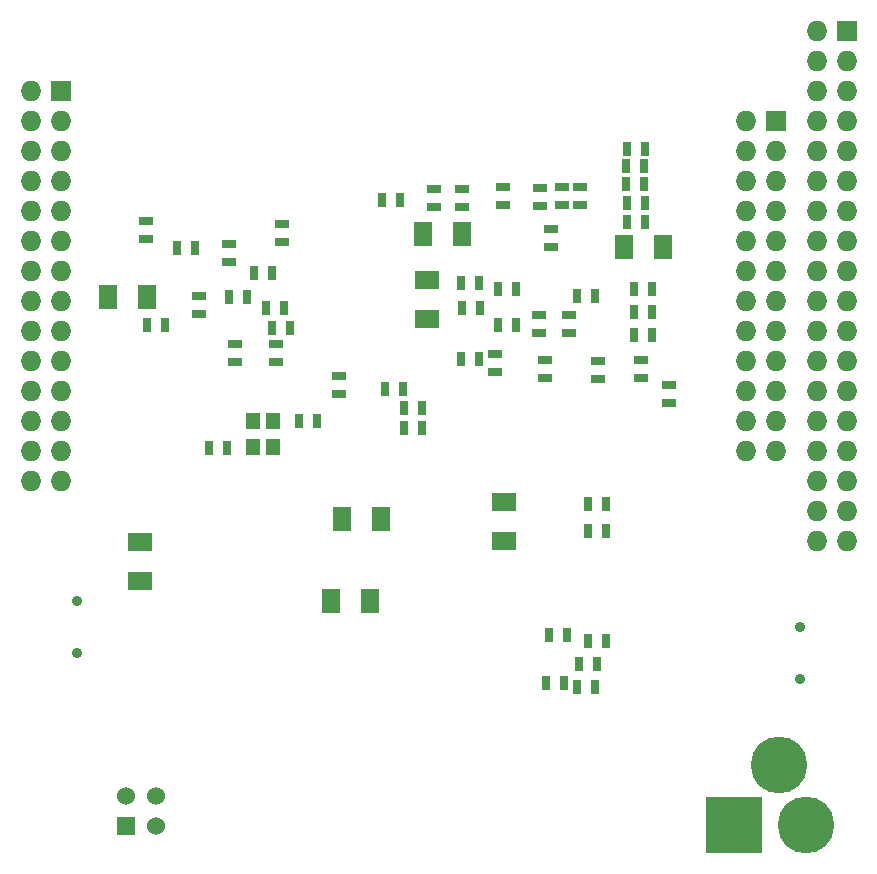
<source format=gbs>
G04 #@! TF.FileFunction,Soldermask,Bot*
%FSLAX46Y46*%
G04 Gerber Fmt 4.6, Leading zero omitted, Abs format (unit mm)*
G04 Created by KiCad (PCBNEW no-vcs-found-product) date mié 22 jul 2015 02:19:54 COT*
%MOMM*%
G01*
G04 APERTURE LIST*
%ADD10C,0.100000*%
%ADD11R,2.032000X1.524000*%
%ADD12R,1.143000X0.635000*%
%ADD13R,0.635000X1.143000*%
%ADD14R,1.524000X2.032000*%
%ADD15R,1.198880X1.399540*%
%ADD16R,1.727200X1.727200*%
%ADD17O,1.727200X1.727200*%
%ADD18C,0.899160*%
%ADD19C,4.800600*%
%ADD20R,4.800600X4.800600*%
%ADD21R,1.524000X1.524000*%
%ADD22C,1.524000*%
G04 APERTURE END LIST*
D10*
D11*
X30250000Y-110969000D03*
X30250000Y-114271000D03*
D12*
X42290000Y-84098000D03*
X42290000Y-85622000D03*
D13*
X43708000Y-100790000D03*
X45232000Y-100790000D03*
X37632000Y-103010000D03*
X36108000Y-103010000D03*
D12*
X30800000Y-83838000D03*
X30800000Y-85362000D03*
D13*
X30858000Y-92640000D03*
X32382000Y-92640000D03*
D12*
X47070000Y-96918000D03*
X47070000Y-98442000D03*
X35280000Y-91702000D03*
X35280000Y-90178000D03*
D13*
X41458000Y-92860000D03*
X42982000Y-92860000D03*
X41442000Y-88250000D03*
X39918000Y-88250000D03*
D12*
X37800000Y-85758000D03*
X37800000Y-87282000D03*
D14*
X30857000Y-90279800D03*
X27555000Y-90279800D03*
D15*
X41550000Y-100780000D03*
X41550000Y-102979640D03*
X39850740Y-102979640D03*
X39850740Y-100780000D03*
D13*
X33358000Y-86150000D03*
X34882000Y-86150000D03*
X39322000Y-90280000D03*
X37798000Y-90280000D03*
D12*
X41790000Y-95802000D03*
X41790000Y-94278000D03*
D13*
X42422000Y-91150000D03*
X40898000Y-91150000D03*
D12*
X38270000Y-95802000D03*
X38270000Y-94278000D03*
X75030000Y-97708000D03*
X75030000Y-99232000D03*
D13*
X52532000Y-98050000D03*
X51008000Y-98050000D03*
D12*
X72710000Y-97152000D03*
X72710000Y-95628000D03*
X57552400Y-81110400D03*
X57552400Y-82634400D03*
D13*
X73602000Y-91530000D03*
X72078000Y-91530000D03*
D12*
X64110000Y-80998000D03*
X64110000Y-82522000D03*
D13*
X57398000Y-89050000D03*
X58922000Y-89050000D03*
X68188000Y-107800000D03*
X69712000Y-107800000D03*
D12*
X65970000Y-80988000D03*
X65970000Y-82512000D03*
D13*
X57488000Y-91229000D03*
X59012000Y-91229000D03*
X52292000Y-82060000D03*
X50768000Y-82060000D03*
D12*
X67530000Y-80988000D03*
X67530000Y-82512000D03*
X55139400Y-81085000D03*
X55139400Y-82609000D03*
X61020000Y-80988000D03*
X61020000Y-82512000D03*
D13*
X57398000Y-95550000D03*
X58922000Y-95550000D03*
D12*
X60330000Y-96582000D03*
X60330000Y-95058000D03*
X69050000Y-97162000D03*
X69050000Y-95638000D03*
X64540000Y-97122000D03*
X64540000Y-95598000D03*
D13*
X73032000Y-83870000D03*
X71508000Y-83870000D03*
X73579800Y-93505600D03*
X72055800Y-93505600D03*
X60528000Y-89590000D03*
X62052000Y-89590000D03*
X60538000Y-92670000D03*
X62062000Y-92670000D03*
D12*
X66556700Y-93327800D03*
X66556700Y-91803800D03*
D13*
X68158000Y-110050000D03*
X69682000Y-110050000D03*
X68752000Y-90160000D03*
X67228000Y-90160000D03*
D12*
X63990000Y-93322000D03*
X63990000Y-91798000D03*
X65020000Y-84508000D03*
X65020000Y-86032000D03*
D13*
X73612000Y-89610000D03*
X72088000Y-89610000D03*
X52578000Y-99700000D03*
X54102000Y-99700000D03*
X52608000Y-101320000D03*
X54132000Y-101320000D03*
D11*
X54555200Y-92083200D03*
X54555200Y-88781200D03*
X61040000Y-107659000D03*
X61040000Y-110961000D03*
D14*
X57488900Y-84920400D03*
X54186900Y-84920400D03*
X50661000Y-109080000D03*
X47359000Y-109080000D03*
X74545000Y-86025300D03*
X71243000Y-86025300D03*
X46389000Y-115980000D03*
X49691000Y-115980000D03*
D16*
X90070000Y-67710000D03*
D17*
X87530000Y-67710000D03*
X90070000Y-70250000D03*
X87530000Y-70250000D03*
X90070000Y-72790000D03*
X87530000Y-72790000D03*
X90070000Y-75330000D03*
X87530000Y-75330000D03*
X90070000Y-77870000D03*
X87530000Y-77870000D03*
X90070000Y-80410000D03*
X87530000Y-80410000D03*
X90070000Y-82950000D03*
X87530000Y-82950000D03*
X90070000Y-85490000D03*
X87530000Y-85490000D03*
X90070000Y-88030000D03*
X87530000Y-88030000D03*
X90070000Y-90570000D03*
X87530000Y-90570000D03*
X90070000Y-93110000D03*
X87530000Y-93110000D03*
X90070000Y-95650000D03*
X87530000Y-95650000D03*
X90070000Y-98190000D03*
X87530000Y-98190000D03*
X90070000Y-100730000D03*
X87530000Y-100730000D03*
X90070000Y-103270000D03*
X87530000Y-103270000D03*
X90070000Y-105810000D03*
X87530000Y-105810000D03*
X90070000Y-108350000D03*
X87530000Y-108350000D03*
X90070000Y-110890000D03*
X87530000Y-110890000D03*
D16*
X84070000Y-75330000D03*
D17*
X81530000Y-75330000D03*
X84070000Y-77870000D03*
X81530000Y-77870000D03*
X84070000Y-80410000D03*
X81530000Y-80410000D03*
X84070000Y-82950000D03*
X81530000Y-82950000D03*
X84070000Y-85490000D03*
X81530000Y-85490000D03*
X84070000Y-88030000D03*
X81530000Y-88030000D03*
X84070000Y-90570000D03*
X81530000Y-90570000D03*
X84070000Y-93110000D03*
X81530000Y-93110000D03*
X84070000Y-95650000D03*
X81530000Y-95650000D03*
X84070000Y-98190000D03*
X81530000Y-98190000D03*
X84070000Y-100730000D03*
X81530000Y-100730000D03*
X84070000Y-103270000D03*
X81530000Y-103270000D03*
D16*
X23570000Y-72790000D03*
D17*
X21030000Y-72790000D03*
X23570000Y-75330000D03*
X21030000Y-75330000D03*
X23570000Y-77870000D03*
X21030000Y-77870000D03*
X23570000Y-80410000D03*
X21030000Y-80410000D03*
X23570000Y-82950000D03*
X21030000Y-82950000D03*
X23570000Y-85490000D03*
X21030000Y-85490000D03*
X23570000Y-88030000D03*
X21030000Y-88030000D03*
X23570000Y-90570000D03*
X21030000Y-90570000D03*
X23570000Y-93110000D03*
X21030000Y-93110000D03*
X23570000Y-95650000D03*
X21030000Y-95650000D03*
X23570000Y-98190000D03*
X21030000Y-98190000D03*
X23570000Y-100730000D03*
X21030000Y-100730000D03*
X23570000Y-103270000D03*
X21030000Y-103270000D03*
X23570000Y-105810000D03*
X21030000Y-105810000D03*
D13*
X71448000Y-77760000D03*
X72972000Y-77760000D03*
X71438000Y-79170000D03*
X72962000Y-79170000D03*
X71428000Y-80660000D03*
X72952000Y-80660000D03*
X71488000Y-82280000D03*
X73012000Y-82280000D03*
X68972000Y-121350000D03*
X67448000Y-121350000D03*
X68792000Y-123270000D03*
X67268000Y-123270000D03*
X69702000Y-119370000D03*
X68178000Y-119370000D03*
X64918000Y-118860000D03*
X66442000Y-118860000D03*
X64648000Y-122900000D03*
X66172000Y-122900000D03*
D18*
X86099100Y-122569640D03*
X86099100Y-118170360D03*
D19*
X86680000Y-134950000D03*
D20*
X80584000Y-134950000D03*
D19*
X84394000Y-129870000D03*
D18*
X24890900Y-115990360D03*
X24890900Y-120389640D03*
D21*
X29088080Y-135031480D03*
D22*
X29088080Y-132491480D03*
X31628080Y-135031480D03*
X31628080Y-132491480D03*
M02*

</source>
